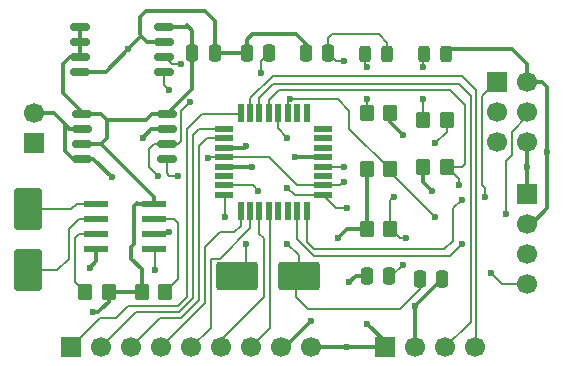
<source format=gbr>
%TF.GenerationSoftware,KiCad,Pcbnew,9.0.2*%
%TF.CreationDate,2025-09-17T22:50:59+05:45*%
%TF.ProjectId,MCU datalogger,4d435520-6461-4746-916c-6f676765722e,rev?*%
%TF.SameCoordinates,Original*%
%TF.FileFunction,Copper,L1,Top*%
%TF.FilePolarity,Positive*%
%FSLAX46Y46*%
G04 Gerber Fmt 4.6, Leading zero omitted, Abs format (unit mm)*
G04 Created by KiCad (PCBNEW 9.0.2) date 2025-09-17 22:50:59*
%MOMM*%
%LPD*%
G01*
G04 APERTURE LIST*
G04 Aperture macros list*
%AMRoundRect*
0 Rectangle with rounded corners*
0 $1 Rounding radius*
0 $2 $3 $4 $5 $6 $7 $8 $9 X,Y pos of 4 corners*
0 Add a 4 corners polygon primitive as box body*
4,1,4,$2,$3,$4,$5,$6,$7,$8,$9,$2,$3,0*
0 Add four circle primitives for the rounded corners*
1,1,$1+$1,$2,$3*
1,1,$1+$1,$4,$5*
1,1,$1+$1,$6,$7*
1,1,$1+$1,$8,$9*
0 Add four rect primitives between the rounded corners*
20,1,$1+$1,$2,$3,$4,$5,0*
20,1,$1+$1,$4,$5,$6,$7,0*
20,1,$1+$1,$6,$7,$8,$9,0*
20,1,$1+$1,$8,$9,$2,$3,0*%
G04 Aperture macros list end*
%TA.AperFunction,SMDPad,CuDef*%
%ADD10RoundRect,0.162500X-0.650000X-0.162500X0.650000X-0.162500X0.650000X0.162500X-0.650000X0.162500X0*%
%TD*%
%TA.AperFunction,ComponentPad*%
%ADD11R,1.700000X1.700000*%
%TD*%
%TA.AperFunction,ComponentPad*%
%ADD12C,1.700000*%
%TD*%
%TA.AperFunction,SMDPad,CuDef*%
%ADD13RoundRect,0.073750X-0.911250X-0.221250X0.911250X-0.221250X0.911250X0.221250X-0.911250X0.221250X0*%
%TD*%
%TA.AperFunction,SMDPad,CuDef*%
%ADD14RoundRect,0.250000X0.250000X0.475000X-0.250000X0.475000X-0.250000X-0.475000X0.250000X-0.475000X0*%
%TD*%
%TA.AperFunction,SMDPad,CuDef*%
%ADD15RoundRect,0.250000X-0.250000X-0.475000X0.250000X-0.475000X0.250000X0.475000X-0.250000X0.475000X0*%
%TD*%
%TA.AperFunction,SMDPad,CuDef*%
%ADD16RoundRect,0.250000X-0.350000X-0.450000X0.350000X-0.450000X0.350000X0.450000X-0.350000X0.450000X0*%
%TD*%
%TA.AperFunction,SMDPad,CuDef*%
%ADD17RoundRect,0.250001X-1.499999X-0.949999X1.499999X-0.949999X1.499999X0.949999X-1.499999X0.949999X0*%
%TD*%
%TA.AperFunction,SMDPad,CuDef*%
%ADD18RoundRect,0.243750X0.243750X0.456250X-0.243750X0.456250X-0.243750X-0.456250X0.243750X-0.456250X0*%
%TD*%
%TA.AperFunction,SMDPad,CuDef*%
%ADD19RoundRect,0.068750X-0.666250X-0.206250X0.666250X-0.206250X0.666250X0.206250X-0.666250X0.206250X0*%
%TD*%
%TA.AperFunction,SMDPad,CuDef*%
%ADD20RoundRect,0.068750X-0.206250X-0.666250X0.206250X-0.666250X0.206250X0.666250X-0.206250X0.666250X0*%
%TD*%
%TA.AperFunction,SMDPad,CuDef*%
%ADD21RoundRect,0.243750X-0.243750X-0.456250X0.243750X-0.456250X0.243750X0.456250X-0.243750X0.456250X0*%
%TD*%
%TA.AperFunction,SMDPad,CuDef*%
%ADD22RoundRect,0.250000X0.350000X0.450000X-0.350000X0.450000X-0.350000X-0.450000X0.350000X-0.450000X0*%
%TD*%
%TA.AperFunction,SMDPad,CuDef*%
%ADD23RoundRect,0.250001X0.949999X-1.499999X0.949999X1.499999X-0.949999X1.499999X-0.949999X-1.499999X0*%
%TD*%
%TA.AperFunction,ViaPad*%
%ADD24C,0.600000*%
%TD*%
%TA.AperFunction,Conductor*%
%ADD25C,0.200000*%
%TD*%
%TA.AperFunction,Conductor*%
%ADD26C,0.350000*%
%TD*%
G04 APERTURE END LIST*
D10*
%TO.P,U1,1,A0*%
%TO.N,/VCC*%
X1949162500Y-2087095000D03*
%TO.P,U1,2,A1*%
X1949162500Y-2088365000D03*
%TO.P,U1,3,A2*%
X1949162500Y-2089635000D03*
%TO.P,U1,4,GND*%
%TO.N,GND*%
X1949162500Y-2090905000D03*
%TO.P,U1,5,SDA*%
%TO.N,/SDA*%
X1956337500Y-2090905000D03*
%TO.P,U1,6,SCL*%
%TO.N,/SCK*%
X1956337500Y-2089635000D03*
%TO.P,U1,7,WP*%
%TO.N,GND*%
X1956337500Y-2088365000D03*
%TO.P,U1,8,VCC*%
%TO.N,/VCC*%
X1956337500Y-2087095000D03*
%TD*%
D11*
%TO.P,BT1,1,+*%
%TO.N,Net-(BT1-+)*%
X1945250000Y-2097000000D03*
D12*
%TO.P,BT1,2,-*%
%TO.N,GND*%
X1945250000Y-2094460000D03*
%TD*%
D13*
%TO.P,U4,1,X1*%
%TO.N,Net-(U4-X1)*%
X1950525000Y-2102095000D03*
%TO.P,U4,2,X2*%
%TO.N,Net-(U4-X2)*%
X1950525000Y-2103365000D03*
%TO.P,U4,3,~{INTA}*%
%TO.N,Net-(U4-~{INTA})*%
X1950525000Y-2104635000D03*
%TO.P,U4,4,GND*%
%TO.N,GND*%
X1950525000Y-2105905000D03*
%TO.P,U4,5,SDA*%
%TO.N,/SDA*%
X1955475000Y-2105905000D03*
%TO.P,U4,6,SCL*%
%TO.N,/SCK*%
X1955475000Y-2104635000D03*
%TO.P,U4,7,SQW/~INT*%
%TO.N,Net-(U4-SQW{slash}~INT)*%
X1955475000Y-2103365000D03*
%TO.P,U4,8,VCC*%
%TO.N,/VCC*%
X1955475000Y-2102095000D03*
%TD*%
D14*
%TO.P,C4,1*%
%TO.N,Net-(U3-AREF)*%
X1975350000Y-2108200000D03*
%TO.P,C4,2*%
%TO.N,GND*%
X1973450000Y-2108200000D03*
%TD*%
%TO.P,C2,1*%
%TO.N,GND*%
X1979850000Y-2108500000D03*
%TO.P,C2,2*%
%TO.N,Net-(U3-PB6)*%
X1977950000Y-2108500000D03*
%TD*%
D15*
%TO.P,C3,1*%
%TO.N,GND*%
X1963287500Y-2089350000D03*
%TO.P,C3,2*%
%TO.N,Net-(U3-PB7)*%
X1965187500Y-2089350000D03*
%TD*%
D10*
%TO.P,U2,1,A0*%
%TO.N,/VCC*%
X1949362500Y-2094495000D03*
%TO.P,U2,2,A1*%
%TO.N,GND*%
X1949362500Y-2095765000D03*
%TO.P,U2,3,A2*%
%TO.N,/VCC*%
X1949362500Y-2097035000D03*
%TO.P,U2,4,GND*%
%TO.N,GND*%
X1949362500Y-2098305000D03*
%TO.P,U2,5,SDA*%
%TO.N,/SDA*%
X1956537500Y-2098305000D03*
%TO.P,U2,6,SCL*%
%TO.N,/SCK*%
X1956537500Y-2097035000D03*
%TO.P,U2,7,WP*%
%TO.N,GND*%
X1956537500Y-2095765000D03*
%TO.P,U2,8,VCC*%
%TO.N,/VCC*%
X1956537500Y-2094495000D03*
%TD*%
D11*
%TO.P,J1,1,Pin_1*%
%TO.N,/VCC*%
X1987000000Y-2101280000D03*
D12*
%TO.P,J1,2,Pin_2*%
%TO.N,GND*%
X1987000000Y-2103820000D03*
%TO.P,J1,3,Pin_3*%
%TO.N,/SDA*%
X1987000000Y-2106360000D03*
%TO.P,J1,4,Pin_4*%
%TO.N,/SCK*%
X1987000000Y-2108900000D03*
%TD*%
D16*
%TO.P,R3,1*%
%TO.N,/VCC*%
X1973450000Y-2104200000D03*
%TO.P,R3,2*%
%TO.N,/SCK*%
X1975450000Y-2104200000D03*
%TD*%
%TO.P,R4,1*%
%TO.N,/VCC*%
X1973450000Y-2099200000D03*
%TO.P,R4,2*%
%TO.N,/SDA*%
X1975450000Y-2099200000D03*
%TD*%
D17*
%TO.P,Y2,1,1*%
%TO.N,Net-(U3-PB7)*%
X1962500000Y-2108250000D03*
%TO.P,Y2,2,2*%
%TO.N,Net-(U3-PB6)*%
X1967700000Y-2108250000D03*
%TD*%
D16*
%TO.P,R7,1*%
%TO.N,Net-(D2-K)*%
X1973450000Y-2094400000D03*
%TO.P,R7,2*%
%TO.N,GND*%
X1975450000Y-2094400000D03*
%TD*%
D18*
%TO.P,D1,1,K*%
%TO.N,GND*%
X1980175000Y-2089400000D03*
%TO.P,D1,2,A*%
%TO.N,Net-(D1-A)*%
X1978300000Y-2089400000D03*
%TD*%
D19*
%TO.P,U3,1,PD3*%
%TO.N,/D3*%
X1961410000Y-2095750000D03*
%TO.P,U3,2,PD4*%
%TO.N,/D4*%
X1961410000Y-2096550000D03*
%TO.P,U3,3,GND*%
%TO.N,GND*%
X1961410000Y-2097350000D03*
%TO.P,U3,4,VCC*%
%TO.N,Net-(BT1-+)*%
X1961410000Y-2098150000D03*
%TO.P,U3,5,GND*%
%TO.N,GND*%
X1961410000Y-2098950000D03*
%TO.P,U3,6,VCC*%
%TO.N,unconnected-(U3-VCC-Pad6)*%
X1961410000Y-2099750000D03*
%TO.P,U3,7,PB6*%
%TO.N,Net-(U3-PB6)*%
X1961410000Y-2100550000D03*
%TO.P,U3,8,PB7*%
%TO.N,Net-(U3-PB7)*%
X1961410000Y-2101350000D03*
D20*
%TO.P,U3,9,PD5*%
%TO.N,/D5*%
X1962780000Y-2102720000D03*
%TO.P,U3,10,PD6*%
%TO.N,/D6*%
X1963580000Y-2102720000D03*
%TO.P,U3,11,PD7*%
%TO.N,/D7*%
X1964380000Y-2102720000D03*
%TO.P,U3,12,PB0*%
%TO.N,/D8*%
X1965180000Y-2102720000D03*
%TO.P,U3,13,PB1*%
%TO.N,unconnected-(U3-PB1-Pad13)*%
X1965980000Y-2102720000D03*
%TO.P,U3,14,PB2*%
%TO.N,unconnected-(U3-PB2-Pad14)*%
X1966780000Y-2102720000D03*
%TO.P,U3,15,PB3*%
%TO.N,/MOSI*%
X1967580000Y-2102720000D03*
%TO.P,U3,16,PB4*%
%TO.N,/MISO*%
X1968380000Y-2102720000D03*
D19*
%TO.P,U3,17,PB5*%
%TO.N,/SCK*%
X1969750000Y-2101350000D03*
%TO.P,U3,18,AVCC*%
%TO.N,Net-(BT1-+)*%
X1969750000Y-2100550000D03*
%TO.P,U3,19,ADC6*%
%TO.N,unconnected-(U3-ADC6-Pad19)*%
X1969750000Y-2099750000D03*
%TO.P,U3,20,AREF*%
%TO.N,Net-(U3-AREF)*%
X1969750000Y-2098950000D03*
%TO.P,U3,21,GND*%
%TO.N,GND*%
X1969750000Y-2098150000D03*
%TO.P,U3,22,ADC7*%
%TO.N,unconnected-(U3-ADC7-Pad22)*%
X1969750000Y-2097350000D03*
%TO.P,U3,23,PC0*%
%TO.N,unconnected-(U3-PC0-Pad23)*%
X1969750000Y-2096550000D03*
%TO.P,U3,24,PC1*%
%TO.N,unconnected-(U3-PC1-Pad24)*%
X1969750000Y-2095750000D03*
D20*
%TO.P,U3,25,PC2*%
%TO.N,unconnected-(U3-PC2-Pad25)*%
X1968380000Y-2094380000D03*
%TO.P,U3,26,PC3*%
%TO.N,unconnected-(U3-PC3-Pad26)*%
X1967580000Y-2094380000D03*
%TO.P,U3,27,PC4*%
%TO.N,/SDA*%
X1966780000Y-2094380000D03*
%TO.P,U3,28,PC5*%
%TO.N,/SCK*%
X1965980000Y-2094380000D03*
%TO.P,U3,29,PC6/~{RESET}*%
%TO.N,/RESET*%
X1965180000Y-2094380000D03*
%TO.P,U3,30,PD0*%
%TO.N,/RX*%
X1964380000Y-2094380000D03*
%TO.P,U3,31,PD1*%
%TO.N,/TX*%
X1963580000Y-2094380000D03*
%TO.P,U3,32,PD2*%
%TO.N,/D2*%
X1962780000Y-2094380000D03*
%TD*%
D11*
%TO.P,J3,1,Pin_1*%
%TO.N,/D2*%
X1948420000Y-2114250000D03*
D12*
%TO.P,J3,2,Pin_2*%
%TO.N,/D3*%
X1950960000Y-2114250000D03*
%TO.P,J3,3,Pin_3*%
%TO.N,/D4*%
X1953500000Y-2114250000D03*
%TO.P,J3,4,Pin_4*%
%TO.N,/D5*%
X1956040000Y-2114250000D03*
%TO.P,J3,5,Pin_5*%
%TO.N,/D6*%
X1958580000Y-2114250000D03*
%TO.P,J3,6,Pin_6*%
%TO.N,/D7*%
X1961120000Y-2114250000D03*
%TO.P,J3,7,Pin_7*%
%TO.N,/D8*%
X1963660000Y-2114250000D03*
%TO.P,J3,8,Pin_8*%
%TO.N,GND*%
X1966200000Y-2114250000D03*
%TO.P,J3,9,Pin_9*%
%TO.N,/VCC*%
X1968740000Y-2114250000D03*
%TD*%
D16*
%TO.P,R2,1*%
%TO.N,/VCC*%
X1954400000Y-2109600000D03*
%TO.P,R2,2*%
%TO.N,Net-(U4-SQW{slash}~INT)*%
X1956400000Y-2109600000D03*
%TD*%
D15*
%TO.P,C1,1*%
%TO.N,/VCC*%
X1958687500Y-2089350000D03*
%TO.P,C1,2*%
%TO.N,GND*%
X1960587500Y-2089350000D03*
%TD*%
D21*
%TO.P,D2,1,K*%
%TO.N,Net-(D2-K)*%
X1973325000Y-2089400000D03*
%TO.P,D2,2,A*%
%TO.N,Net-(BT1-+)*%
X1975200000Y-2089400000D03*
%TD*%
D14*
%TO.P,C5,1*%
%TO.N,Net-(BT1-+)*%
X1970187500Y-2089350000D03*
%TO.P,C5,2*%
%TO.N,GND*%
X1968287500Y-2089350000D03*
%TD*%
D11*
%TO.P,J4,1,Pin_1*%
%TO.N,/MISO*%
X1984500000Y-2091800000D03*
D12*
%TO.P,J4,2,Pin_2*%
%TO.N,GND*%
X1987040000Y-2091800000D03*
%TO.P,J4,3,Pin_3*%
%TO.N,/SCK*%
X1984500000Y-2094340000D03*
%TO.P,J4,4,Pin_4*%
%TO.N,/MOSI*%
X1987040000Y-2094340000D03*
%TO.P,J4,5,Pin_5*%
%TO.N,/RESET*%
X1984500000Y-2096880000D03*
%TO.P,J4,6,Pin_6*%
%TO.N,/VCC*%
X1987040000Y-2096880000D03*
%TD*%
D16*
%TO.P,R6,1*%
%TO.N,/VCC*%
X1978250000Y-2099000000D03*
%TO.P,R6,2*%
%TO.N,/RESET*%
X1980250000Y-2099000000D03*
%TD*%
D11*
%TO.P,J2,1,Pin_1*%
%TO.N,/VCC*%
X1975000000Y-2114250000D03*
D12*
%TO.P,J2,2,Pin_2*%
%TO.N,GND*%
X1977540000Y-2114250000D03*
%TO.P,J2,3,Pin_3*%
%TO.N,/RX*%
X1980080000Y-2114250000D03*
%TO.P,J2,4,Pin_4*%
%TO.N,/TX*%
X1982620000Y-2114250000D03*
%TD*%
D16*
%TO.P,R5,1*%
%TO.N,Net-(D1-A)*%
X1978250000Y-2095000000D03*
%TO.P,R5,2*%
%TO.N,/SCK*%
X1980250000Y-2095000000D03*
%TD*%
D22*
%TO.P,R1,1*%
%TO.N,/VCC*%
X1951600000Y-2109600000D03*
%TO.P,R1,2*%
%TO.N,Net-(U4-~{INTA})*%
X1949600000Y-2109600000D03*
%TD*%
D23*
%TO.P,Y1,1,1*%
%TO.N,Net-(U4-X2)*%
X1944750000Y-2107750000D03*
%TO.P,Y1,2,2*%
%TO.N,Net-(U4-X1)*%
X1944750000Y-2102550000D03*
%TD*%
D24*
%TO.N,Net-(BT1-+)*%
X1971500000Y-2100250000D03*
X1960000000Y-2098250000D03*
X1971500000Y-2090000000D03*
%TO.N,GND*%
X1963250000Y-2097250000D03*
X1963750000Y-2099000000D03*
X1967400000Y-2098150000D03*
X1950000000Y-2107500000D03*
X1976500000Y-2096250000D03*
X1968750000Y-2112000000D03*
X1977550000Y-2110800000D03*
X1988750000Y-2097750000D03*
X1972000000Y-2108750000D03*
X1953250000Y-2089000000D03*
X1951875000Y-2099875000D03*
X1954500000Y-2096500000D03*
%TO.N,/VCC*%
X1950250000Y-2111250000D03*
X1971750000Y-2114250000D03*
X1979000000Y-2101000000D03*
X1987000000Y-2099000000D03*
X1971000000Y-2105000000D03*
X1973500000Y-2112250000D03*
%TO.N,Net-(U3-PB6)*%
X1964250000Y-2101000000D03*
X1966750000Y-2105500000D03*
%TO.N,Net-(U3-PB7)*%
X1963250000Y-2105500000D03*
X1964500000Y-2091000000D03*
X1961500000Y-2103250000D03*
%TO.N,Net-(U3-AREF)*%
X1976500000Y-2107250000D03*
X1971500000Y-2099000000D03*
%TO.N,Net-(D1-A)*%
X1978250000Y-2090500000D03*
X1978250000Y-2093250000D03*
%TO.N,Net-(D2-K)*%
X1973500000Y-2093250000D03*
X1973500000Y-2090500000D03*
%TO.N,/SCK*%
X1966750000Y-2100750000D03*
X1966750000Y-2096500000D03*
X1958500000Y-2093500000D03*
X1971750000Y-2102500000D03*
X1984000000Y-2108000000D03*
X1956750000Y-2104500000D03*
X1979250000Y-2097000000D03*
X1976750000Y-2105000000D03*
X1955750000Y-2099750000D03*
X1975750000Y-2101500000D03*
X1957750000Y-2090250000D03*
%TO.N,/SDA*%
X1956750000Y-2092500000D03*
X1955500000Y-2107750000D03*
X1979250000Y-2103250000D03*
X1957500000Y-2099750000D03*
X1967000000Y-2093250000D03*
%TO.N,/RESET*%
X1981250000Y-2100500000D03*
%TO.N,/MOSI*%
X1981500000Y-2105500000D03*
X1985250000Y-2103000000D03*
%TO.N,/MISO*%
X1981500000Y-2101750000D03*
X1983500000Y-2101500000D03*
%TD*%
D25*
%TO.N,Net-(BT1-+)*%
X1971200000Y-2100550000D02*
X1971500000Y-2100250000D01*
X1970837500Y-2090000000D02*
X1970187500Y-2089350000D01*
X1961410000Y-2098150000D02*
X1965150000Y-2098150000D01*
X1971500000Y-2090000000D02*
X1970837500Y-2090000000D01*
X1965150000Y-2098150000D02*
X1967550000Y-2100550000D01*
X1961410000Y-2098150000D02*
X1960100000Y-2098150000D01*
X1969750000Y-2100550000D02*
X1971200000Y-2100550000D01*
X1960100000Y-2098150000D02*
X1960000000Y-2098250000D01*
X1970187500Y-2089350000D02*
X1970187500Y-2088062500D01*
X1970187500Y-2088062500D02*
X1970500000Y-2087750000D01*
X1967550000Y-2100550000D02*
X1969750000Y-2100550000D01*
X1974500000Y-2087750000D02*
X1975200000Y-2088450000D01*
X1975200000Y-2088450000D02*
X1975200000Y-2089400000D01*
X1970500000Y-2087750000D02*
X1974500000Y-2087750000D01*
D26*
%TO.N,GND*%
X1963287500Y-2089350000D02*
X1963287500Y-2088212500D01*
X1975450000Y-2094400000D02*
X1975450000Y-2095200000D01*
X1960587500Y-2089350000D02*
X1963287500Y-2089350000D01*
X1951345000Y-2090905000D02*
X1953250000Y-2089000000D01*
X1977540000Y-2110810000D02*
X1977540000Y-2114250000D01*
X1980575000Y-2089000000D02*
X1985750000Y-2089000000D01*
X1966500000Y-2114250000D02*
X1968750000Y-2112000000D01*
X1968287500Y-2088537500D02*
X1968287500Y-2089350000D01*
X1945250000Y-2094460000D02*
X1946960000Y-2094460000D01*
X1961410000Y-2098950000D02*
X1963700000Y-2098950000D01*
X1954375000Y-2087875000D02*
X1954250000Y-2087750000D01*
X1977550000Y-2110800000D02*
X1977540000Y-2110810000D01*
X1960587500Y-2086587500D02*
X1960587500Y-2089350000D01*
X1955235000Y-2095765000D02*
X1956537500Y-2095765000D01*
X1956337500Y-2088365000D02*
X1954865000Y-2088365000D01*
X1987430000Y-2103820000D02*
X1987000000Y-2103820000D01*
X1973450000Y-2108050000D02*
X1973500000Y-2108000000D01*
X1980175000Y-2089400000D02*
X1980575000Y-2089000000D01*
X1954750000Y-2085750000D02*
X1959750000Y-2085750000D01*
X1975450000Y-2095200000D02*
X1976500000Y-2096250000D01*
X1963750000Y-2087750000D02*
X1967500000Y-2087750000D01*
X1988750000Y-2092250000D02*
X1988750000Y-2097750000D01*
X1963700000Y-2098950000D02*
X1963750000Y-2099000000D01*
X1946960000Y-2094460000D02*
X1947875000Y-2095375000D01*
X1966200000Y-2114250000D02*
X1966500000Y-2114250000D01*
X1988750000Y-2102500000D02*
X1987430000Y-2103820000D01*
X1987040000Y-2091800000D02*
X1988300000Y-2091800000D01*
X1967500000Y-2087750000D02*
X1968287500Y-2088537500D01*
X1954500000Y-2096500000D02*
X1955235000Y-2095765000D01*
X1949162500Y-2090905000D02*
X1951345000Y-2090905000D01*
X1954250000Y-2086250000D02*
X1954750000Y-2085750000D01*
X1985750000Y-2089000000D02*
X1987040000Y-2090290000D01*
X1950525000Y-2105905000D02*
X1950525000Y-2106975000D01*
X1973450000Y-2108200000D02*
X1972550000Y-2108200000D01*
X1973450000Y-2108200000D02*
X1973450000Y-2108050000D01*
X1963150000Y-2097350000D02*
X1963250000Y-2097250000D01*
X1948555000Y-2098305000D02*
X1949362500Y-2098305000D01*
X1950525000Y-2106975000D02*
X1950000000Y-2107500000D01*
X1954250000Y-2087750000D02*
X1954250000Y-2086250000D01*
X1948265000Y-2095765000D02*
X1949362500Y-2095765000D01*
X1988750000Y-2097750000D02*
X1988750000Y-2102500000D01*
X1972550000Y-2108200000D02*
X1972000000Y-2108750000D01*
X1959750000Y-2085750000D02*
X1960587500Y-2086587500D01*
X1947875000Y-2097625000D02*
X1948555000Y-2098305000D01*
X1949362500Y-2098305000D02*
X1950305000Y-2098305000D01*
X1947875000Y-2095375000D02*
X1947875000Y-2097625000D01*
X1953250000Y-2089000000D02*
X1954375000Y-2087875000D01*
X1961410000Y-2097350000D02*
X1963150000Y-2097350000D01*
X1954865000Y-2088365000D02*
X1954375000Y-2087875000D01*
X1963287500Y-2088212500D02*
X1963750000Y-2087750000D01*
X1967400000Y-2098150000D02*
X1969750000Y-2098150000D01*
X1950305000Y-2098305000D02*
X1951875000Y-2099875000D01*
X1987040000Y-2090290000D02*
X1987040000Y-2091800000D01*
X1947875000Y-2095375000D02*
X1948265000Y-2095765000D01*
X1979850000Y-2108500000D02*
X1977550000Y-2110800000D01*
X1988300000Y-2091800000D02*
X1988750000Y-2092250000D01*
%TO.N,/VCC*%
X1948365000Y-2089635000D02*
X1947750000Y-2090250000D01*
X1950750000Y-2111250000D02*
X1950250000Y-2111250000D01*
X1954400000Y-2107650000D02*
X1953500000Y-2106750000D01*
X1971800000Y-2104200000D02*
X1971000000Y-2105000000D01*
X1955255000Y-2094495000D02*
X1956537500Y-2094495000D01*
X1956337500Y-2087095000D02*
X1958155000Y-2087095000D01*
X1947750000Y-2092750000D02*
X1949362500Y-2094362500D01*
X1975000000Y-2113750000D02*
X1973500000Y-2112250000D01*
X1954400000Y-2109600000D02*
X1954400000Y-2107650000D01*
X1958687500Y-2092345000D02*
X1958687500Y-2089350000D01*
X1950995000Y-2094495000D02*
X1949362500Y-2094495000D01*
X1958250000Y-2087000000D02*
X1958687500Y-2087437500D01*
X1951000000Y-2111000000D02*
X1950750000Y-2111250000D01*
X1975000000Y-2114250000D02*
X1975000000Y-2113750000D01*
X1958155000Y-2087095000D02*
X1958250000Y-2087000000D01*
X1951500000Y-2095000000D02*
X1954750000Y-2095000000D01*
X1958687500Y-2087437500D02*
X1958687500Y-2089350000D01*
X1978250000Y-2099000000D02*
X1978250000Y-2100250000D01*
X1973450000Y-2104200000D02*
X1971800000Y-2104200000D01*
X1949362500Y-2094362500D02*
X1949362500Y-2094495000D01*
X1951600000Y-2110400000D02*
X1951000000Y-2111000000D01*
X1949162500Y-2087095000D02*
X1949162500Y-2088365000D01*
X1953750000Y-2105500000D02*
X1953750000Y-2102250000D01*
X1971750000Y-2114250000D02*
X1975000000Y-2114250000D01*
X1955475000Y-2101545000D02*
X1955475000Y-2102095000D01*
X1968740000Y-2114250000D02*
X1971750000Y-2114250000D01*
X1953750000Y-2102250000D02*
X1954000000Y-2102000000D01*
X1949162500Y-2089635000D02*
X1948365000Y-2089635000D01*
X1956537500Y-2094495000D02*
X1958687500Y-2092345000D01*
X1954000000Y-2102000000D02*
X1954095000Y-2102095000D01*
X1951500000Y-2095000000D02*
X1950995000Y-2094495000D01*
X1949162500Y-2088365000D02*
X1949162500Y-2089635000D01*
X1949362500Y-2097035000D02*
X1950965000Y-2097035000D01*
X1987000000Y-2101280000D02*
X1987000000Y-2099000000D01*
X1973450000Y-2099200000D02*
X1973450000Y-2104200000D01*
X1951600000Y-2109600000D02*
X1954400000Y-2109600000D01*
X1953500000Y-2106750000D02*
X1953500000Y-2105750000D01*
X1951600000Y-2109600000D02*
X1951600000Y-2110400000D01*
X1987000000Y-2096920000D02*
X1987040000Y-2096880000D01*
X1951500000Y-2096500000D02*
X1951500000Y-2095000000D01*
X1950965000Y-2097035000D02*
X1955475000Y-2101545000D01*
X1954750000Y-2095000000D02*
X1955255000Y-2094495000D01*
X1953500000Y-2105750000D02*
X1953750000Y-2105500000D01*
X1950965000Y-2097035000D02*
X1951500000Y-2096500000D01*
X1947750000Y-2090250000D02*
X1947750000Y-2092750000D01*
X1978250000Y-2100250000D02*
X1979000000Y-2101000000D01*
X1987000000Y-2099000000D02*
X1987000000Y-2096920000D01*
X1954095000Y-2102095000D02*
X1955475000Y-2102095000D01*
D25*
%TO.N,Net-(U3-PB6)*%
X1961410000Y-2100550000D02*
X1963800000Y-2100550000D01*
X1967500000Y-2110000000D02*
X1968500000Y-2111000000D01*
X1967700000Y-2108250000D02*
X1967500000Y-2108450000D01*
X1976250000Y-2111000000D02*
X1977950000Y-2109300000D01*
X1968500000Y-2111000000D02*
X1976250000Y-2111000000D01*
X1977950000Y-2109300000D02*
X1977950000Y-2108500000D01*
X1963800000Y-2100550000D02*
X1964250000Y-2101000000D01*
X1967500000Y-2108450000D02*
X1967500000Y-2110000000D01*
X1966750000Y-2105500000D02*
X1967700000Y-2106450000D01*
X1967700000Y-2106450000D02*
X1967700000Y-2108250000D01*
%TO.N,Net-(U3-PB7)*%
X1961500000Y-2103250000D02*
X1961500000Y-2101440000D01*
X1961500000Y-2101440000D02*
X1961410000Y-2101350000D01*
X1964500000Y-2090037500D02*
X1965187500Y-2089350000D01*
X1963250000Y-2107500000D02*
X1963250000Y-2105500000D01*
X1962500000Y-2108250000D02*
X1963250000Y-2107500000D01*
X1964500000Y-2091000000D02*
X1964500000Y-2090037500D01*
%TO.N,Net-(U3-AREF)*%
X1976500000Y-2107250000D02*
X1975550000Y-2108200000D01*
X1969750000Y-2098950000D02*
X1971450000Y-2098950000D01*
X1971450000Y-2098950000D02*
X1971500000Y-2099000000D01*
X1975550000Y-2108200000D02*
X1975350000Y-2108200000D01*
%TO.N,Net-(D1-A)*%
X1978250000Y-2093250000D02*
X1978250000Y-2095000000D01*
X1978300000Y-2089400000D02*
X1978250000Y-2089450000D01*
X1978250000Y-2089450000D02*
X1978250000Y-2090500000D01*
%TO.N,Net-(D2-K)*%
X1973500000Y-2093250000D02*
X1973500000Y-2094350000D01*
X1973325000Y-2089400000D02*
X1973325000Y-2090325000D01*
X1973325000Y-2090325000D02*
X1973500000Y-2090500000D01*
X1973500000Y-2094350000D02*
X1973450000Y-2094400000D01*
%TO.N,Net-(U4-~{INTA})*%
X1950525000Y-2104635000D02*
X1949115000Y-2104635000D01*
X1948750000Y-2108750000D02*
X1949600000Y-2109600000D01*
X1949115000Y-2104635000D02*
X1948750000Y-2105000000D01*
X1948750000Y-2105000000D02*
X1948750000Y-2108750000D01*
%TO.N,Net-(U4-SQW{slash}~INT)*%
X1956400000Y-2109600000D02*
X1957500000Y-2108500000D01*
X1957115000Y-2103365000D02*
X1955475000Y-2103365000D01*
X1957500000Y-2108500000D02*
X1957500000Y-2103750000D01*
X1957500000Y-2103750000D02*
X1957115000Y-2103365000D01*
%TO.N,/SCK*%
X1970900000Y-2102500000D02*
X1971750000Y-2102500000D01*
X1956537500Y-2097035000D02*
X1957465000Y-2097035000D01*
X1966750000Y-2100750000D02*
X1967350000Y-2101350000D01*
X1987000000Y-2108900000D02*
X1984900000Y-2108900000D01*
X1975450000Y-2101800000D02*
X1975750000Y-2101500000D01*
X1957750000Y-2096750000D02*
X1957750000Y-2094250000D01*
X1965980000Y-2094380000D02*
X1965980000Y-2095730000D01*
X1957750000Y-2094250000D02*
X1958500000Y-2093500000D01*
X1976750000Y-2105000000D02*
X1976250000Y-2105000000D01*
X1955000000Y-2099000000D02*
X1955000000Y-2097500000D01*
X1967350000Y-2101350000D02*
X1969750000Y-2101350000D01*
X1956952500Y-2090250000D02*
X1956337500Y-2089635000D01*
X1965980000Y-2095730000D02*
X1966750000Y-2096500000D01*
X1975450000Y-2104200000D02*
X1975450000Y-2101800000D01*
X1969750000Y-2101350000D02*
X1970900000Y-2102500000D01*
X1957465000Y-2097035000D02*
X1957750000Y-2096750000D01*
X1955000000Y-2097500000D02*
X1955465000Y-2097035000D01*
X1976250000Y-2105000000D02*
X1975450000Y-2104200000D01*
X1956615000Y-2104635000D02*
X1956750000Y-2104500000D01*
X1979250000Y-2097000000D02*
X1980250000Y-2096000000D01*
X1980250000Y-2096000000D02*
X1980250000Y-2095000000D01*
X1955750000Y-2099750000D02*
X1955000000Y-2099000000D01*
X1957750000Y-2090250000D02*
X1956952500Y-2090250000D01*
X1984900000Y-2108900000D02*
X1984000000Y-2108000000D01*
X1955475000Y-2104635000D02*
X1956615000Y-2104635000D01*
X1955465000Y-2097035000D02*
X1956537500Y-2097035000D01*
%TO.N,/SDA*%
X1972000000Y-2094250000D02*
X1972000000Y-2095750000D01*
X1956537500Y-2099537500D02*
X1956537500Y-2098305000D01*
X1957500000Y-2099750000D02*
X1956750000Y-2099750000D01*
X1967000000Y-2093250000D02*
X1971000000Y-2093250000D01*
X1956750000Y-2099750000D02*
X1956537500Y-2099537500D01*
X1966780000Y-2093470000D02*
X1967000000Y-2093250000D01*
X1956337500Y-2092087500D02*
X1956750000Y-2092500000D01*
X1956337500Y-2090905000D02*
X1956337500Y-2092087500D01*
X1971000000Y-2093250000D02*
X1972000000Y-2094250000D01*
X1975450000Y-2099450000D02*
X1979250000Y-2103250000D01*
X1955475000Y-2105905000D02*
X1955500000Y-2105930000D01*
X1966780000Y-2094380000D02*
X1966780000Y-2093470000D01*
X1975450000Y-2099200000D02*
X1975450000Y-2099450000D01*
X1955500000Y-2105930000D02*
X1955500000Y-2107750000D01*
X1972000000Y-2095750000D02*
X1975450000Y-2099200000D01*
%TO.N,/RESET*%
X1965180000Y-2094380000D02*
X1965180000Y-2093320000D01*
X1965180000Y-2093320000D02*
X1966000000Y-2092500000D01*
X1980500000Y-2092500000D02*
X1981750000Y-2093750000D01*
X1981750000Y-2093750000D02*
X1981750000Y-2098750000D01*
X1981250000Y-2100000000D02*
X1980250000Y-2099000000D01*
X1981500000Y-2099000000D02*
X1980250000Y-2099000000D01*
X1966000000Y-2092500000D02*
X1980500000Y-2092500000D01*
X1981250000Y-2100500000D02*
X1981250000Y-2100000000D01*
X1981750000Y-2098750000D02*
X1981500000Y-2099000000D01*
%TO.N,/TX*%
X1982750000Y-2092500000D02*
X1982750000Y-2114120000D01*
X1982750000Y-2114120000D02*
X1982620000Y-2114250000D01*
X1963580000Y-2094380000D02*
X1963580000Y-2093170000D01*
X1965500000Y-2091250000D02*
X1981500000Y-2091250000D01*
X1981500000Y-2091250000D02*
X1982750000Y-2092500000D01*
X1963580000Y-2093170000D02*
X1965500000Y-2091250000D01*
%TO.N,/D4*%
X1953500000Y-2114250000D02*
X1956000000Y-2111750000D01*
X1957750000Y-2111750000D02*
X1959250000Y-2110250000D01*
X1956000000Y-2111750000D02*
X1957750000Y-2111750000D01*
X1959250000Y-2097250000D02*
X1959950000Y-2096550000D01*
X1959250000Y-2110250000D02*
X1959250000Y-2097250000D01*
X1959950000Y-2096550000D02*
X1961410000Y-2096550000D01*
%TO.N,/D7*%
X1961120000Y-2113630000D02*
X1964750000Y-2110000000D01*
X1964380000Y-2104630000D02*
X1964380000Y-2102720000D01*
X1961120000Y-2114250000D02*
X1961120000Y-2113630000D01*
X1964750000Y-2110000000D02*
X1964750000Y-2105000000D01*
X1964750000Y-2105000000D02*
X1964380000Y-2104630000D01*
%TO.N,/D6*%
X1958580000Y-2114250000D02*
X1960250000Y-2112580000D01*
X1960250000Y-2106750000D02*
X1961000000Y-2106750000D01*
X1963580000Y-2104170000D02*
X1963580000Y-2102720000D01*
X1961000000Y-2106750000D02*
X1963580000Y-2104170000D01*
X1960250000Y-2112580000D02*
X1960250000Y-2106750000D01*
%TO.N,/MOSI*%
X1985250000Y-2098500000D02*
X1985750000Y-2098000000D01*
X1969000000Y-2106500000D02*
X1980500000Y-2106500000D01*
X1980500000Y-2106500000D02*
X1981500000Y-2105500000D01*
X1985750000Y-2098000000D02*
X1985750000Y-2096000000D01*
X1985250000Y-2103000000D02*
X1985250000Y-2098500000D01*
X1985750000Y-2096000000D02*
X1987040000Y-2094710000D01*
X1987040000Y-2094710000D02*
X1987040000Y-2094340000D01*
X1967580000Y-2102720000D02*
X1967580000Y-2105080000D01*
X1967580000Y-2105080000D02*
X1969000000Y-2106500000D01*
%TO.N,/D8*%
X1965250000Y-2102790000D02*
X1965180000Y-2102720000D01*
X1965250000Y-2112660000D02*
X1965250000Y-2102790000D01*
X1963660000Y-2114250000D02*
X1965250000Y-2112660000D01*
%TO.N,/D3*%
X1961410000Y-2095750000D02*
X1959250000Y-2095750000D01*
X1957565464Y-2111250000D02*
X1953960000Y-2111250000D01*
X1958750000Y-2110065464D02*
X1957565464Y-2111250000D01*
X1953960000Y-2111250000D02*
X1950960000Y-2114250000D01*
X1959250000Y-2095750000D02*
X1958750000Y-2096250000D01*
X1958750000Y-2096250000D02*
X1958750000Y-2110065464D01*
%TO.N,/D5*%
X1956040000Y-2114250000D02*
X1959750000Y-2110540000D01*
X1959750000Y-2110540000D02*
X1959750000Y-2105750000D01*
X1961000000Y-2104500000D02*
X1962250000Y-2104500000D01*
X1959750000Y-2105750000D02*
X1961000000Y-2104500000D01*
X1962250000Y-2104500000D02*
X1962780000Y-2103970000D01*
X1962780000Y-2103970000D02*
X1962780000Y-2102720000D01*
%TO.N,/RX*%
X1980080000Y-2114250000D02*
X1982250000Y-2112080000D01*
X1982250000Y-2112080000D02*
X1982250000Y-2093000000D01*
X1982250000Y-2093000000D02*
X1981250000Y-2092000000D01*
X1981250000Y-2092000000D02*
X1965500000Y-2092000000D01*
X1964380000Y-2093120000D02*
X1964380000Y-2094380000D01*
X1965500000Y-2092000000D02*
X1964380000Y-2093120000D01*
%TO.N,/MISO*%
X1984500000Y-2091800000D02*
X1984800000Y-2091800000D01*
X1984450000Y-2091800000D02*
X1983250000Y-2093000000D01*
X1983250000Y-2093000000D02*
X1983250000Y-2100500000D01*
X1980750000Y-2102500000D02*
X1980750000Y-2105250000D01*
X1968380000Y-2105314314D02*
X1968380000Y-2102720000D01*
X1969032843Y-2105967157D02*
X1968380000Y-2105314314D01*
X1980750000Y-2105250000D02*
X1980032843Y-2105967157D01*
X1983500000Y-2100750000D02*
X1983500000Y-2101500000D01*
X1984500000Y-2091800000D02*
X1984450000Y-2091800000D01*
X1983250000Y-2100500000D02*
X1983500000Y-2100750000D01*
X1981500000Y-2101750000D02*
X1980750000Y-2102500000D01*
X1980032843Y-2105967157D02*
X1969032843Y-2105967157D01*
%TO.N,/D2*%
X1958250000Y-2110000000D02*
X1958250000Y-2095750000D01*
X1957500000Y-2110750000D02*
X1958250000Y-2110000000D01*
X1959500000Y-2094500000D02*
X1962660000Y-2094500000D01*
X1950920000Y-2111750000D02*
X1952250000Y-2111750000D01*
X1952250000Y-2111750000D02*
X1953250000Y-2110750000D01*
X1958250000Y-2095750000D02*
X1959500000Y-2094500000D01*
X1962660000Y-2094500000D02*
X1962780000Y-2094380000D01*
X1953250000Y-2110750000D02*
X1957500000Y-2110750000D01*
X1948420000Y-2114250000D02*
X1950920000Y-2111750000D01*
%TO.N,Net-(U4-X1)*%
X1944750000Y-2102550000D02*
X1948450000Y-2102550000D01*
X1948450000Y-2102550000D02*
X1948905000Y-2102095000D01*
X1948905000Y-2102095000D02*
X1950525000Y-2102095000D01*
%TO.N,Net-(U4-X2)*%
X1948250000Y-2106750000D02*
X1948250000Y-2104250000D01*
X1947250000Y-2107750000D02*
X1948250000Y-2106750000D01*
X1949135000Y-2103365000D02*
X1950525000Y-2103365000D01*
X1944750000Y-2107750000D02*
X1947250000Y-2107750000D01*
X1948250000Y-2104250000D02*
X1949135000Y-2103365000D01*
%TD*%
M02*

</source>
